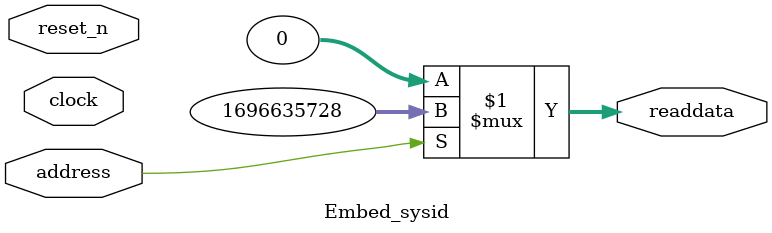
<source format=v>



// synthesis translate_off
`timescale 1ns / 1ps
// synthesis translate_on

// turn off superfluous verilog processor warnings 
// altera message_level Level1 
// altera message_off 10034 10035 10036 10037 10230 10240 10030 

module Embed_sysid (
               // inputs:
                address,
                clock,
                reset_n,

               // outputs:
                readdata
             )
;

  output  [ 31: 0] readdata;
  input            address;
  input            clock;
  input            reset_n;

  wire    [ 31: 0] readdata;
  //control_slave, which is an e_avalon_slave
  assign readdata = address ? 1696635728 : 0;

endmodule



</source>
